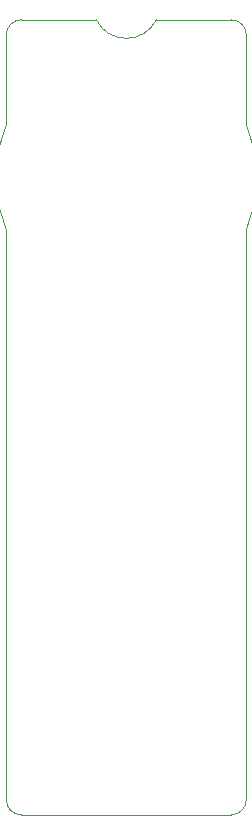
<source format=gm1>
%TF.GenerationSoftware,KiCad,Pcbnew,(5.1.9)-1*%
%TF.CreationDate,2021-04-02T22:01:47+08:00*%
%TF.ProjectId,SmartWatchRedux-E,536d6172-7457-4617-9463-685265647578,rev?*%
%TF.SameCoordinates,Original*%
%TF.FileFunction,Profile,NP*%
%FSLAX46Y46*%
G04 Gerber Fmt 4.6, Leading zero omitted, Abs format (unit mm)*
G04 Created by KiCad (PCBNEW (5.1.9)-1) date 2021-04-02 22:01:47*
%MOMM*%
%LPD*%
G01*
G04 APERTURE LIST*
%TA.AperFunction,Profile*%
%ADD10C,0.050000*%
%TD*%
G04 APERTURE END LIST*
D10*
X106680000Y-49530000D02*
X106680001Y-48260000D01*
X127000000Y-49530000D02*
X126999999Y-48259999D01*
X126999999Y-39370000D02*
X127000000Y-31750000D01*
X106680001Y-39370001D02*
X106680000Y-31750000D01*
X126999999Y-39370000D02*
G75*
G02*
X126999999Y-48259999I-10159999J-4445000D01*
G01*
X106680001Y-48260000D02*
G75*
G02*
X106680001Y-39370001I10159999J4445000D01*
G01*
X125730000Y-30480000D02*
G75*
G02*
X127000000Y-31750000I0J-1270000D01*
G01*
X106680000Y-31750000D02*
G75*
G02*
X107950000Y-30480000I1270000J0D01*
G01*
X107950000Y-30480000D02*
X114300000Y-30480000D01*
X125730000Y-30480000D02*
X119380000Y-30480000D01*
X119379999Y-30480000D02*
G75*
G02*
X114300001Y-30479999I-2539999J1270000D01*
G01*
X125730000Y-97790000D02*
X107950000Y-97790000D01*
X127000000Y-96520000D02*
G75*
G02*
X125730000Y-97790000I-1270000J0D01*
G01*
X107950000Y-97790000D02*
G75*
G02*
X106680000Y-96520000I0J1270000D01*
G01*
X106680000Y-96520000D02*
X106680000Y-49530000D01*
X127000000Y-96520000D02*
X127000000Y-49530000D01*
M02*

</source>
